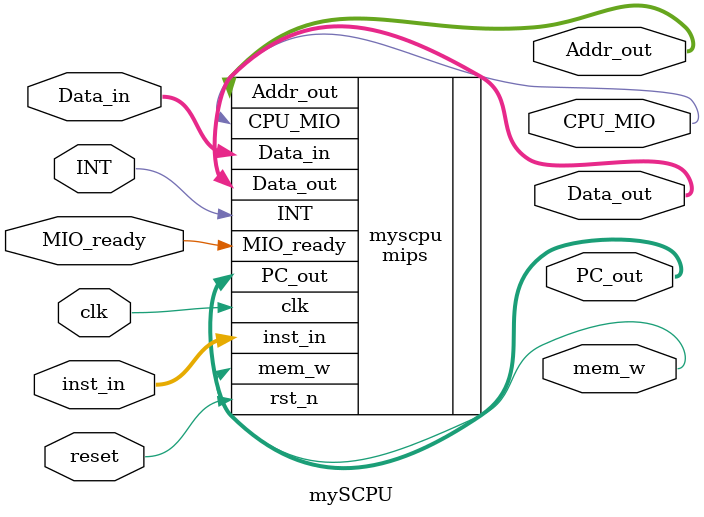
<source format=v>
`timescale 1ns / 1ps
module mySCPU(
    input clk,
    input reset,
    input [31:0] inst_in,
    input MIO_ready,
    input [31:0] Data_in,
    input INT,
    output mem_w,
    output [31:0] PC_out,
    output [31:0] Addr_out,
    output [31:0] Data_out,
    output CPU_MIO
    );
	 
	 mips myscpu(
		.clk(clk),
		.rst_n(reset),
		.inst_in(inst_in),
		.MIO_ready(MIO_ready),
		.Data_in(Data_in),
		.INT(INT),
		.mem_w(mem_w),
		.PC_out(PC_out),
		.Addr_out(Addr_out),
		.Data_out(Data_out),
		.CPU_MIO(CPU_MIO)
		);
	 


endmodule

</source>
